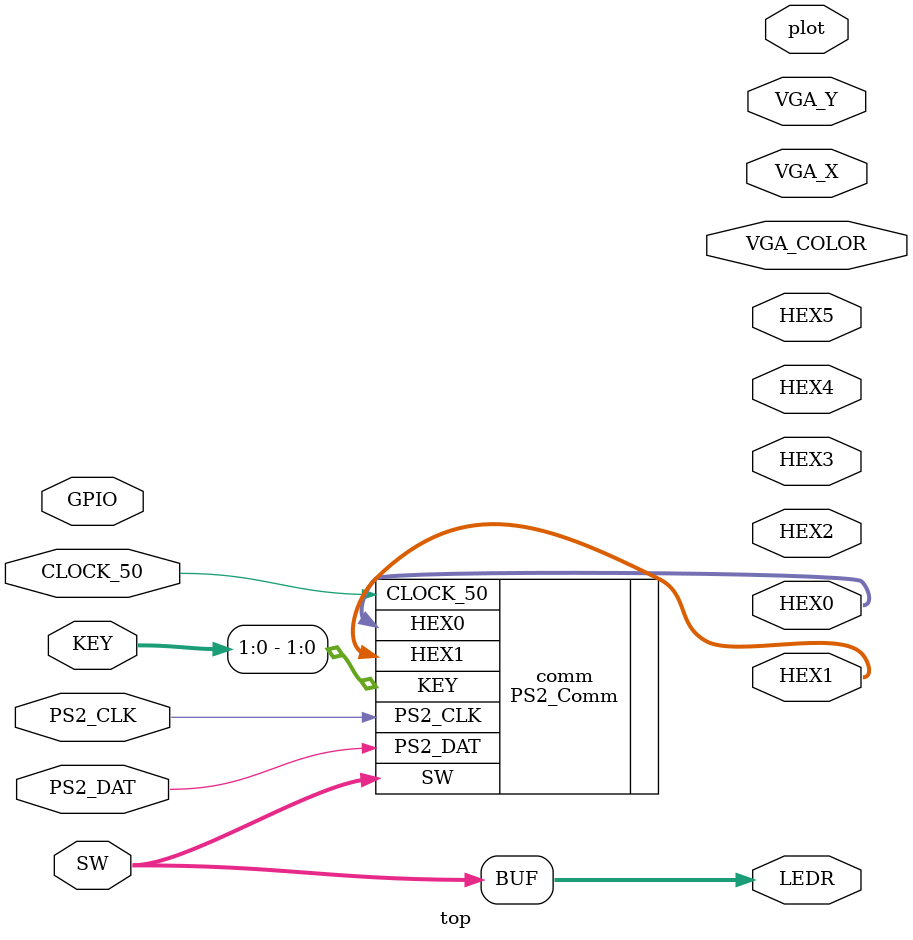
<source format=v>
`timescale 1ns / 1ns
`default_nettype none

module top (
    input wire CLOCK_50,            // On-Board 50 MHz
    input wire [9:0] SW,            // On-board Switches
    input wire [3:0] KEY,           // On-board push buttons

    output wire [6:0] HEX0,
    output wire [6:0] HEX1,
    output wire [6:0] HEX2,
    output wire [6:0] HEX3,
    output wire [6:0] HEX4,
    output wire [6:0] HEX5,

    output wire [9:0] LEDR,         // LEDs   

    inout wire  PS2_CLK,
    inout wire  PS2_DAT,
        
    output wire [7:0] VGA_X,        // VGA pixel coordinates
    output wire [6:0] VGA_Y,
    output wire [2:0] VGA_COLOR,    // VGA pixel colour (0-7)
    output wire plot,               // Pixel drawn when this is pulsed
    inout wire [31:0] GPIO
);    

    assign LEDR = SW;

    PS2_Comm comm(
        .CLOCK_50(CLOCK_50),
        .KEY(KEY[1:0]),
        .SW(SW),

        .PS2_CLK(PS2_CLK),
        .PS2_DAT(PS2_DAT),

        .HEX0(HEX0),
        .HEX1(HEX1)
    );

endmodule


</source>
